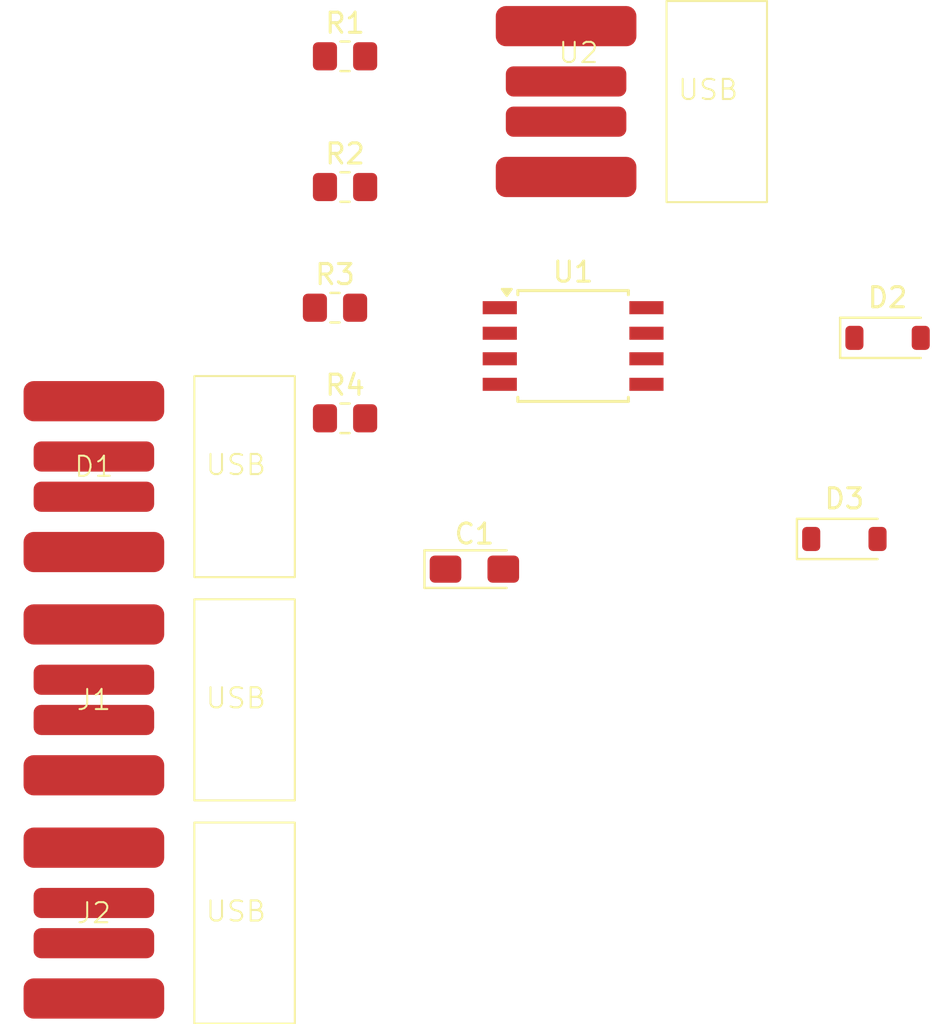
<source format=kicad_pcb>
(kicad_pcb (version 20240108) (generator "pcbnew") (generator_version "8.0")
  (layers (0 "F.Cu" signal) (31 "B.Cu" signal) (34 "B.Paste" user) (35 "F.Paste" user) (36 "B.SilkS" user "B.Silkscreen") (37 "F.SilkS" user "F.Silkscreen") (38 "B.Mask" user) (39 "F.Mask" user) (44 "Edge.Cuts" user))
  (net 0 "")
  (net 1 "+5V")
  (net 2 "GND")
  (net 3 "Net-(D2-K)")
  (net 4 "Net-(D3-K)")
  (net 5 "Net-(D1-A)")
  (net 6 "Net-(J1-Pin_2)")
  (net 7 "Net-(J2-Pin_2)")
  (net 8 "Net-(J2-Pin_3)")
  (net 9 "Net-(J2-Pin_1)")
  (net 10 "Net-(J1-Pin_3)")
  (net 11 "Net-(J1-Pin_1)")
  (footprint "Diode_SMD:D_SOD-123" (layer "F.Cu") (at 162.35 99.5)
    (property "Reference" "D3" (at 0 -2 0) (layer "F.SilkS"))
    (property "Value" "3V6")
    (fp_line (start -2.36 -1) (end -2.36 1) (stroke (width 0.12)) (layer "F.SilkS"))
    (fp_line (start -2.36 -1) (end 1.65 -1) (stroke (width 0.12)) (layer "F.SilkS"))
    (fp_line (start -2.36 1) (end 1.65 1) (stroke (width 0.12)) (layer "F.SilkS"))
    (pad "1" smd roundrect (at -1.65 0) (size 0.9 1.2) (layers "F.Cu" "F.Paste" "F.Mask") (net 4 "Net-(D3-K)"))
    (pad "2" smd roundrect (at 1.65 0) (size 0.9 1.2) (layers "F.Cu" "F.Paste" "F.Mask") (net 2 "GND"))
  )
  (footprint "Resistor_SMD:R_0805_2012Metric_Pad1.20x1.40mm_HandSolder" (layer "F.Cu") (at 137 88)
    (property "Reference" "R3" (at 0 -1.65 0) (layer "F.SilkS"))
    (property "Value" "68R")
    (fp_line (start -0.227064 -0.735) (end 0.227064 -0.735) (stroke (width 0.12)) (layer "F.SilkS"))
    (fp_line (start -0.227064 0.735) (end 0.227064 0.735) (stroke (width 0.12)) (layer "F.SilkS"))
    (pad "1" smd roundrect (at -1 0) (size 1.2 1.4) (layers "F.Cu" "F.Paste" "F.Mask") (roundrect_rratio 0.208333) (net 4 "Net-(D3-K)"))
    (pad "2" smd roundrect (at 1 0) (size 1.2 1.4) (layers "F.Cu" "F.Paste" "F.Mask") (roundrect_rratio 0.208333) (net 8 "Net-(J2-Pin_3)"))
  )
  (footprint "aTTINY_library footprint:PCB_USB_connector" (layer "F.Cu") (at 125 107.5)
    (property "Reference" "J1" (at 0 0 0) (layer "F.SilkS") (effects (font (thickness 0.1))))
    (property "Value" "Conn_01x04")
    (fp_rect (start 5 -5) (end 10 5) (stroke (width 0.1)) (fill none) (layer "F.SilkS"))
    (fp_text user "USB" (at 5.5 0.5 0) (layer "F.SilkS") (effects (font (thickness 0.1)) (justify left bottom)))
    (pad "1" smd roundrect (at 0 -3.75) (size 7 2) (layers "F.Cu" "F.Paste" "F.Mask") (net 11 "Net-(J1-Pin_1)"))
    (pad "2" smd roundrect (at 0 -1) (size 6 1.5) (layers "F.Cu" "F.Paste" "F.Mask") (net 6 "Net-(J1-Pin_2)"))
    (pad "3" smd roundrect (at 0 1) (size 6 1.5) (layers "F.Cu" "F.Paste" "F.Mask") (net 10 "Net-(J1-Pin_3)"))
    (pad "4" smd roundrect (at 0 3.75) (size 7 2) (layers "F.Cu" "F.Paste" "F.Mask") (net 1 "+5V"))
  )
  (footprint "Resistor_SMD:R_0805_2012Metric_Pad1.20x1.40mm_HandSolder" (layer "F.Cu") (at 137.5 82)
    (property "Reference" "R2" (at 0 -1.65 0) (layer "F.SilkS"))
    (property "Value" "68R")
    (fp_line (start -0.227064 -0.735) (end 0.227064 -0.735) (stroke (width 0.12)) (layer "F.SilkS"))
    (fp_line (start -0.227064 0.735) (end 0.227064 0.735) (stroke (width 0.12)) (layer "F.SilkS"))
    (pad "1" smd roundrect (at -1 0) (size 1.2 1.4) (layers "F.Cu" "F.Paste" "F.Mask") (roundrect_rratio 0.208333) (net 3 "Net-(D2-K)"))
    (pad "2" smd roundrect (at 1 0) (size 1.2 1.4) (layers "F.Cu" "F.Paste" "F.Mask") (roundrect_rratio 0.208333) (net 7 "Net-(J2-Pin_2)"))
  )
  (footprint "aTTINY_library footprint:PCB_USB_connector" (layer "F.Cu") (at 125 96.4)
    (property "Reference" "D1" (at 0 -0.5 0) (layer "F.SilkS") (effects (font (thickness 0.1))))
    (property "Value" "LED")
    (fp_rect (start 5 -5) (end 10 5) (stroke (width 0.1)) (fill none) (layer "F.SilkS"))
    (fp_text user "USB" (at 5.5 0 0) (layer "F.SilkS") (effects (font (thickness 0.1)) (justify left bottom)))
    (pad "1" smd roundrect (at 0 -3.75) (size 7 2) (layers "F.Cu" "F.Paste" "F.Mask") (net 2 "GND"))
    (pad "2" smd roundrect (at 0 -1) (size 6 1.5) (layers "F.Cu" "F.Paste" "F.Mask") (net 5 "Net-(D1-A)"))
    (pad "3" smd roundrect (at 0 1) (size 6 1.5) (layers "F.Cu" "F.Paste" "F.Mask"))
    (pad "4" smd roundrect (at 0 3.75) (size 7 2) (layers "F.Cu" "F.Paste" "F.Mask"))
  )
  (footprint "Capacitor_Tantalum_SMD:CP_EIA-3216-18_Kemet-A_Pad1.58x1.35mm_HandSolder" (layer "F.Cu") (at 143.9375 101)
    (property "Reference" "C1" (at 0 -1.75 0) (layer "F.SilkS"))
    (property "Value" "100n")
    (fp_line (start -2.485 -0.935) (end -2.485 0.935) (stroke (width 0.12)) (layer "F.SilkS"))
    (fp_line (start -2.485 0.935) (end 1.6 0.935) (stroke (width 0.12)) (layer "F.SilkS"))
    (fp_line (start 1.6 -0.935) (end -2.485 -0.935) (stroke (width 0.12)) (layer "F.SilkS"))
    (pad "1" smd roundrect (at -1.4375 0) (size 1.575 1.35) (layers "F.Cu" "F.Paste" "F.Mask") (roundrect_rratio 0.185185) (net 1 "+5V"))
    (pad "2" smd roundrect (at 1.4375 0) (size 1.575 1.35) (layers "F.Cu" "F.Paste" "F.Mask") (roundrect_rratio 0.185185) (net 2 "GND"))
  )
  (footprint "Resistor_SMD:R_0805_2012Metric_Pad1.20x1.40mm_HandSolder" (layer "F.Cu") (at 137.5 93.5)
    (property "Reference" "R4" (at 0 -1.65 0) (layer "F.SilkS"))
    (property "Value" "1k5")
    (fp_line (start -0.227064 -0.735) (end 0.227064 -0.735) (stroke (width 0.12)) (layer "F.SilkS"))
    (fp_line (start -0.227064 0.735) (end 0.227064 0.735) (stroke (width 0.12)) (layer "F.SilkS"))
    (pad "1" smd roundrect (at -1 0) (size 1.2 1.4) (layers "F.Cu" "F.Paste" "F.Mask") (roundrect_rratio 0.208333) (net 1 "+5V"))
    (pad "2" smd roundrect (at 1 0) (size 1.2 1.4) (layers "F.Cu" "F.Paste" "F.Mask") (roundrect_rratio 0.208333) (net 3 "Net-(D2-K)"))
  )
  (footprint "Package_SO:SOIC-8W_5.3x5.3mm_P1.27mm" (layer "F.Cu") (at 148.85 89.905)
    (property "Reference" "U1" (at 0 -3.68 0) (layer "F.SilkS"))
    (property "Value" "ATtiny85-20S")
    (fp_line (start -2.75 -2.755) (end -2.75 -2.55) (stroke (width 0.15)) (layer "F.SilkS"))
    (fp_line (start -2.75 -2.755) (end 2.75 -2.755) (stroke (width 0.15)) (layer "F.SilkS"))
    (fp_line (start -2.75 2.755) (end -2.75 2.55) (stroke (width 0.15)) (layer "F.SilkS"))
    (fp_line (start -2.75 2.755) (end 2.75 2.755) (stroke (width 0.15)) (layer "F.SilkS"))
    (fp_line (start 2.75 -2.755) (end 2.75 -2.55) (stroke (width 0.15)) (layer "F.SilkS"))
    (fp_line (start 2.75 2.755) (end 2.75 2.55) (stroke (width 0.15)) (layer "F.SilkS"))
    (fp_poly (pts (xy -3.3 -2.5) (xy -3.54 -2.83) (xy -3.06 -2.83) (xy -3.3 -2.5)) (stroke (width 0.12)) (fill solid) (layer "F.SilkS"))
    (pad "1" smd rect (at -3.65 -1.905) (size 1.7 0.65) (layers "F.Cu" "F.Paste" "F.Mask") (net 9 "Net-(J2-Pin_1)"))
    (pad "2" smd rect (at -3.65 -0.635) (size 1.7 0.65) (layers "F.Cu" "F.Paste" "F.Mask") (net 7 "Net-(J2-Pin_2)"))
    (pad "3" smd rect (at -3.65 0.635) (size 1.7 0.65) (layers "F.Cu" "F.Paste" "F.Mask") (net 8 "Net-(J2-Pin_3)"))
    (pad "4" smd rect (at -3.65 1.905) (size 1.7 0.65) (layers "F.Cu" "F.Paste" "F.Mask") (net 2 "GND"))
    (pad "5" smd rect (at 3.65 1.905) (size 1.7 0.65) (layers "F.Cu" "F.Paste" "F.Mask") (net 11 "Net-(J1-Pin_1)"))
    (pad "6" smd rect (at 3.65 0.635) (size 1.7 0.65) (layers "F.Cu" "F.Paste" "F.Mask") (net 6 "Net-(J1-Pin_2)"))
    (pad "7" smd rect (at 3.65 -0.635) (size 1.7 0.65) (layers "F.Cu" "F.Paste" "F.Mask") (net 10 "Net-(J1-Pin_3)"))
    (pad "8" smd rect (at 3.65 -1.905) (size 1.7 0.65) (layers "F.Cu" "F.Paste" "F.Mask") (net 1 "+5V"))
  )
  (footprint "aTTINY_library footprint:PCB_USB_connector" (layer "F.Cu") (at 148.5 77.75)
    (property "Reference" "U2" (at 0.62 -2.425 0) (layer "F.SilkS") (effects (font (thickness 0.1))))
    (property "Value" "~")
    (fp_rect (start 5 -5) (end 10 5) (stroke (width 0.1)) (fill none) (layer "F.SilkS"))
    (fp_text user "USB" (at 5.5 0 0) (layer "F.SilkS") (effects (font (thickness 0.1)) (justify left bottom)))
    (pad "1" smd roundrect (at 0 -3.75) (size 7 2) (layers "F.Cu" "F.Paste" "F.Mask") (net 1 "+5V"))
    (pad "2" smd roundrect (at 0 -1) (size 6 1.5) (layers "F.Cu" "F.Paste" "F.Mask") (net 3 "Net-(D2-K)"))
    (pad "3" smd roundrect (at 0 1) (size 6 1.5) (layers "F.Cu" "F.Paste" "F.Mask") (net 4 "Net-(D3-K)"))
    (pad "4" smd roundrect (at 0 3.75) (size 7 2) (layers "F.Cu" "F.Paste" "F.Mask") (net 2 "GND"))
  )
  (footprint "Resistor_SMD:R_0805_2012Metric_Pad1.20x1.40mm_HandSolder" (layer "F.Cu") (at 137.5 75.5)
    (property "Reference" "R1" (at 0 -1.65 0) (layer "F.SilkS"))
    (property "Value" "330R")
    (fp_line (start -0.227064 -0.735) (end 0.227064 -0.735) (stroke (width 0.12)) (layer "F.SilkS"))
    (fp_line (start -0.227064 0.735) (end 0.227064 0.735) (stroke (width 0.12)) (layer "F.SilkS"))
    (pad "1" smd roundrect (at -1 0) (size 1.2 1.4) (layers "F.Cu" "F.Paste" "F.Mask") (roundrect_rratio 0.208333) (net 5 "Net-(D1-A)"))
    (pad "2" smd roundrect (at 1 0) (size 1.2 1.4) (layers "F.Cu" "F.Paste" "F.Mask") (roundrect_rratio 0.208333) (net 6 "Net-(J1-Pin_2)"))
  )
  (footprint "aTTINY_library footprint:PCB_USB_connector" (layer "F.Cu") (at 125 118.6)
    (property "Reference" "J2" (at 0 -0.5 0) (layer "F.SilkS") (effects (font (thickness 0.1))))
    (property "Value" "Conn_01x04")
    (fp_rect (start 5 -5) (end 10 5) (stroke (width 0.1)) (fill none) (layer "F.SilkS"))
    (fp_text user "USB" (at 5.5 0 0) (layer "F.SilkS") (effects (font (thickness 0.1)) (justify left bottom)))
    (pad "1" smd roundrect (at 0 -3.75) (size 7 2) (layers "F.Cu" "F.Paste" "F.Mask") (net 9 "Net-(J2-Pin_1)"))
    (pad "2" smd roundrect (at 0 -1) (size 6 1.5) (layers "F.Cu" "F.Paste" "F.Mask") (net 7 "Net-(J2-Pin_2)"))
    (pad "3" smd roundrect (at 0 1) (size 6 1.5) (layers "F.Cu" "F.Paste" "F.Mask") (net 8 "Net-(J2-Pin_3)"))
    (pad "4" smd roundrect (at 0 3.75) (size 7 2) (layers "F.Cu" "F.Paste" "F.Mask") (net 2 "GND"))
  )
  (footprint "Diode_SMD:D_SOD-123" (layer "F.Cu") (at 164.5 89.5)
    (property "Reference" "D2" (at 0 -2 0) (layer "F.SilkS"))
    (property "Value" "3V6")
    (fp_line (start -2.36 -1) (end -2.36 1) (stroke (width 0.12)) (layer "F.SilkS"))
    (fp_line (start -2.36 -1) (end 1.65 -1) (stroke (width 0.12)) (layer "F.SilkS"))
    (fp_line (start -2.36 1) (end 1.65 1) (stroke (width 0.12)) (layer "F.SilkS"))
    (pad "1" smd roundrect (at -1.65 0) (size 0.9 1.2) (layers "F.Cu" "F.Paste" "F.Mask") (net 3 "Net-(D2-K)"))
    (pad "2" smd roundrect (at 1.65 0) (size 0.9 1.2) (layers "F.Cu" "F.Paste" "F.Mask") (net 2 "GND"))
  )
)
</source>
